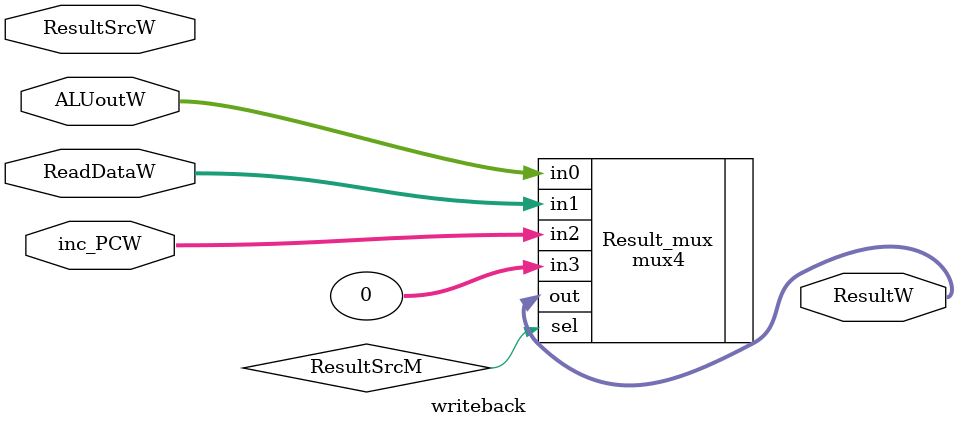
<source format=sv>
module writeback(
    input logic [1:0]               ResultSrcW,
    input logic [31:0]              ALUoutW,
    input logic [31:0]              ReadDataW,
    input logic [31:0]              inc_PCW,
    output logic [31:0]             ResultW
);

mux4 Result_mux(
    .in0                            (ALUoutW),
    .in1                            (ReadDataW),
    .in2                            (inc_PCW),
    .in3                            (32'h0000),
    .sel                            (ResultSrcM),
    .out                            (ResultW)
);

endmodule

</source>
